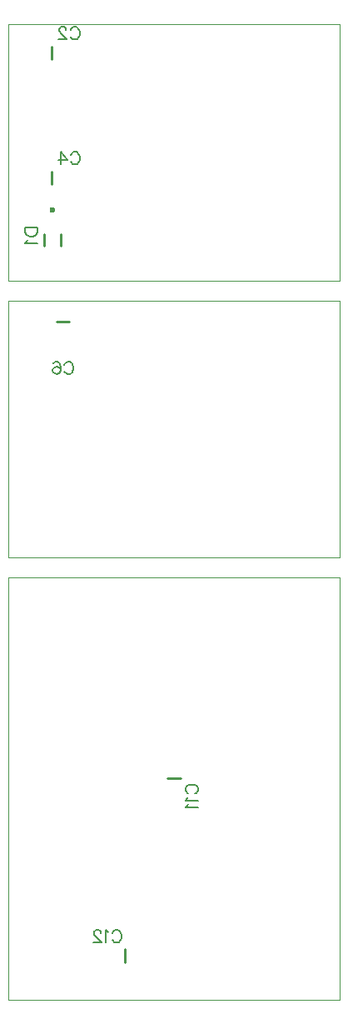
<source format=gbr>
G04 DipTrace 3.1.0.1*
G04 Íèæíÿÿìàðêèðîâêà.gbr*
%MOIN*%
G04 #@! TF.FileFunction,Legend,Bot*
G04 #@! TF.Part,Single*
%ADD10C,0.009843*%
%ADD15C,0.001312*%
%ADD20C,0.023627*%
%ADD89C,0.00772*%
%FSLAX26Y26*%
G04*
G70*
G90*
G75*
G01*
G04 BotSilk*
%LPD*%
X171256Y3813301D2*
D10*
Y3762159D1*
X171358Y3313248D2*
Y3262106D1*
X141539Y3061264D2*
Y3014019D1*
X208479Y3061264D2*
Y3014019D1*
D20*
X175009Y3157735D3*
X244467Y2710113D2*
D10*
X193325D1*
X688139Y885197D2*
X636997D1*
X466301Y149446D2*
Y200588D1*
X-9Y3900241D2*
D15*
X1325130D1*
Y2875134D1*
X-9D1*
Y3900241D1*
Y2793875D2*
X1325130D1*
Y1768768D1*
X-9D1*
Y2793875D1*
X-8Y1687604D2*
X1325131D1*
Y-73D1*
X-8D1*
Y1687604D1*
X248664Y3878542D2*
D89*
X251040Y3883295D1*
X255849Y3888104D1*
X260602Y3890480D1*
X270164D1*
X274972Y3888104D1*
X279725Y3883295D1*
X282157Y3878542D1*
X284534Y3871357D1*
Y3859364D1*
X282157Y3852234D1*
X279725Y3847425D1*
X274972Y3842672D1*
X270164Y3840240D1*
X260602D1*
X255849Y3842672D1*
X251040Y3847425D1*
X248664Y3852234D1*
X230793Y3878487D2*
Y3880863D1*
X228416Y3885672D1*
X226040Y3888048D1*
X221231Y3890425D1*
X211670D1*
X206916Y3888048D1*
X204540Y3885672D1*
X202108Y3880863D1*
Y3876110D1*
X204540Y3871302D1*
X209293Y3864172D1*
X233225Y3840240D1*
X199731D1*
X249955Y3378490D2*
X252331Y3383243D1*
X257140Y3388051D1*
X261893Y3390428D1*
X271454D1*
X276263Y3388051D1*
X281016Y3383243D1*
X283448Y3378490D1*
X285824Y3371305D1*
Y3359311D1*
X283448Y3352181D1*
X281016Y3347373D1*
X276263Y3342620D1*
X271454Y3340188D1*
X261893D1*
X257140Y3342620D1*
X252331Y3347373D1*
X249955Y3352181D1*
X210584Y3340188D2*
Y3390373D1*
X234515Y3356934D1*
X198645D1*
X66353Y3086815D2*
X116593D1*
Y3070068D1*
X114161Y3062883D1*
X109408Y3058075D1*
X104600Y3055698D1*
X97470Y3053321D1*
X85476Y3053322D1*
X78291Y3055698D1*
X73538Y3058075D1*
X68730Y3062883D1*
X66353Y3070068D1*
Y3086815D1*
X75970Y3037882D2*
X73538Y3033074D1*
X66408Y3025889D1*
X116593D1*
X224212Y2539463D2*
X226588Y2544216D1*
X231397Y2549024D1*
X236150Y2551401D1*
X245712D1*
X250520Y2549024D1*
X255273Y2544216D1*
X257705Y2539463D1*
X260082Y2532278D1*
Y2520284D1*
X257705Y2513154D1*
X255273Y2508346D1*
X250520Y2503593D1*
X245712Y2501161D1*
X236150D1*
X231397Y2503593D1*
X226588Y2508346D1*
X224212Y2513154D1*
X180088Y2544216D2*
X182464Y2548969D1*
X189649Y2551346D1*
X194402D1*
X201587Y2548969D1*
X206396Y2541784D1*
X208772Y2529846D1*
Y2517908D1*
X206396Y2508346D1*
X201587Y2503537D1*
X194402Y2501161D1*
X192026D1*
X184896Y2503537D1*
X180088Y2508346D1*
X177711Y2515531D1*
Y2517908D1*
X180088Y2525093D1*
X184896Y2529846D1*
X192026Y2532222D1*
X194402D1*
X201587Y2529846D1*
X206396Y2525093D1*
X208772Y2517908D1*
X720993Y823818D2*
X716240Y826195D1*
X711431Y831003D1*
X709055Y835756D1*
Y845318D1*
X711431Y850126D1*
X716240Y854880D1*
X720993Y857311D1*
X728178Y859688D1*
X740171D1*
X747301Y857311D1*
X752109Y854879D1*
X756863Y850126D1*
X759295Y845318D1*
Y835756D1*
X756863Y831003D1*
X752110Y826195D1*
X747301Y823818D1*
X718671Y808379D2*
X716240Y803570D1*
X709110Y796385D1*
X759295D1*
X718671Y780946D2*
X716240Y776138D1*
X709110Y768953D1*
X759294D1*
X415672Y265829D2*
X418048Y270583D1*
X422857Y275391D1*
X427610Y277768D1*
X437171D1*
X441980Y275391D1*
X446733Y270583D1*
X449165Y265829D1*
X451542Y258644D1*
Y246651D1*
X449165Y239521D1*
X446733Y234713D1*
X441980Y229960D1*
X437171Y227528D1*
X427610D1*
X422857Y229960D1*
X418048Y234713D1*
X415672Y239521D1*
X400232Y268151D2*
X395424Y270583D1*
X388239Y277712D1*
Y227528D1*
X370368Y265774D2*
Y268151D1*
X367991Y272959D1*
X365615Y275336D1*
X360806Y277712D1*
X351244D1*
X346491Y275336D1*
X344115Y272959D1*
X341683Y268151D1*
Y263398D1*
X344115Y258589D1*
X348868Y251459D1*
X372800Y227528D1*
X339306D1*
M02*

</source>
